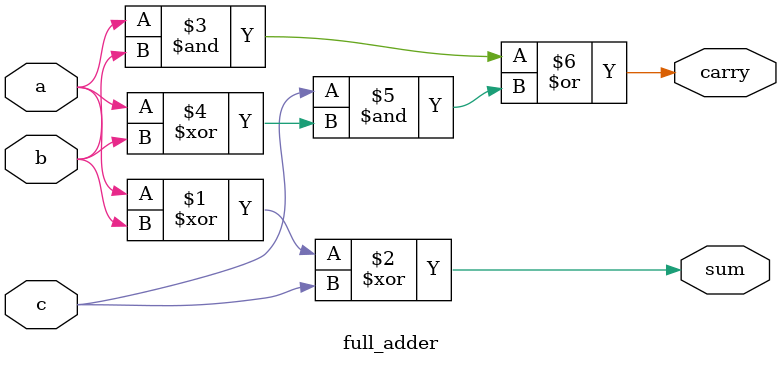
<source format=sv>
module full_adder(
input logic a,
input logic b,
input logic c,
output logic sum,
output logic carry
);

assign sum = (a ^ b) ^ c;
assign carry = (a & b) | (c & (a ^ b));

endmodule
</source>
